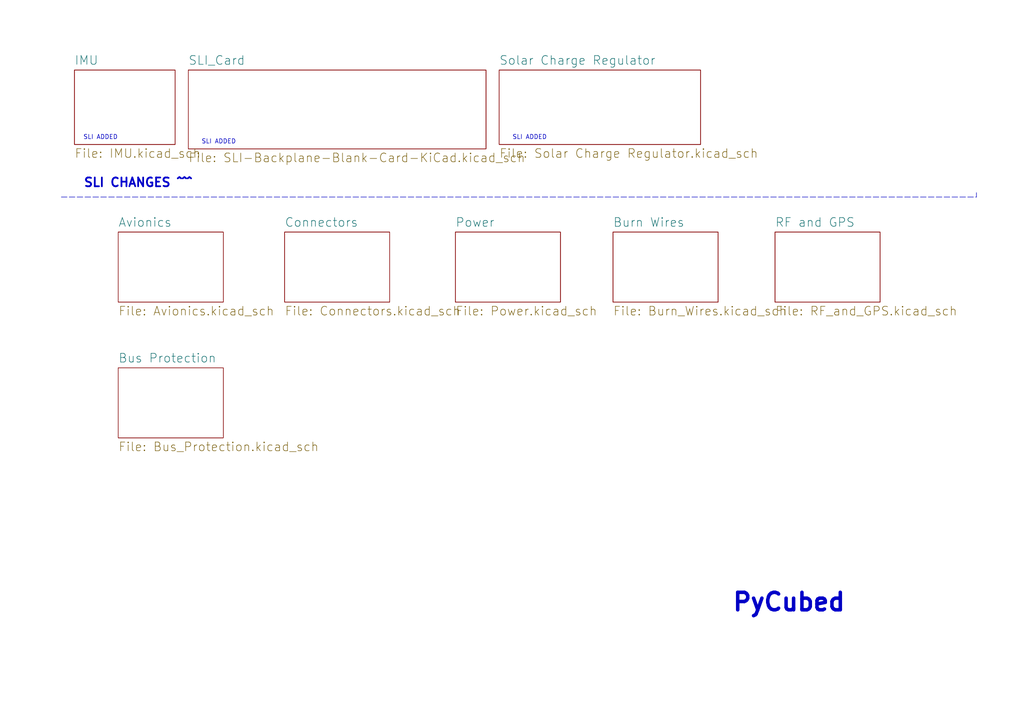
<source format=kicad_sch>
(kicad_sch (version 20211123) (generator eeschema)
  (paper "A4")
  (title_block (title "PyCubed Mainboard") (date "2021-06-09") (rev "v05c") (company "Max Holliday"))
  (lib_symbols)
  (polyline (pts (xy 283.21 57.15) (xy 283.21 55.88)))
  (polyline (pts (xy 17.78 57.15) (xy 283.21 57.15)))
  (text "SLI ADDED" (at 148.59 40.64 0) (effects (font (size 1.27 1.27)) (justify left bottom)))
  (text "SLI ADDED" (at 24.13 40.64 0) (effects (font (size 1.27 1.27)) (justify left bottom)))
  (text "SLI CHANGES ^^^" (at 24.13 54.61 0) (effects (font (size 2.54 2.54) (thickness 0.508) bold) (justify left bottom)))
  (text "SLI ADDED" (at 58.42 41.91 0) (effects (font (size 1.27 1.27)) (justify left bottom)))
  (text "PyCubed" (at 212.09 177.8 0) (effects (font (size 5.08 5.08) (thickness 1.016) bold) (justify left bottom)))
  (sheet (at 34.29 67.31) (size 30.48 20.32)
    (property "Sheet name" "Avionics" (at 34.29 65.9634 0) (effects (font (size 2.54 2.54)) (justify left bottom)))
    (property "Sheet file" "Avionics.kicad_sch" (at 34.29 88.7226 0) (effects (font (size 2.54 2.54)) (justify left top)))
  )
  (sheet (at 132.08 67.31) (size 30.48 20.32)
    (property "Sheet name" "Power" (at 132.08 65.9634 0) (effects (font (size 2.54 2.54)) (justify left bottom)))
    (property "Sheet file" "Power.kicad_sch" (at 132.08 88.7226 0) (effects (font (size 2.54 2.54)) (justify left top)))
  )
  (sheet (at 82.55 67.31) (size 30.48 20.32)
    (property "Sheet name" "Connectors" (at 82.55 65.9634 0) (effects (font (size 2.54 2.54)) (justify left bottom)))
    (property "Sheet file" "Connectors.kicad_sch" (at 82.55 88.7226 0) (effects (font (size 2.54 2.54)) (justify left top)))
  )
  (sheet (at 224.79 67.31) (size 30.48 20.32)
    (property "Sheet name" "RF and GPS" (at 224.79 65.9634 0) (effects (font (size 2.54 2.54)) (justify left bottom)))
    (property "Sheet file" "RF_and_GPS.kicad_sch" (at 224.79 88.7226 0) (effects (font (size 2.54 2.54)) (justify left top)))
  )
  (sheet (at 177.8 67.31) (size 30.48 20.32)
    (property "Sheet name" "Burn Wires" (at 177.8 65.9634 0) (effects (font (size 2.54 2.54)) (justify left bottom)))
    (property "Sheet file" "Burn_Wires.kicad_sch" (at 177.8 88.7226 0) (effects (font (size 2.54 2.54)) (justify left top)))
  )
  (sheet (at 34.29 106.68) (size 30.48 20.32)
    (property "Sheet name" "Bus Protection" (at 34.29 105.3334 0) (effects (font (size 2.54 2.54)) (justify left bottom)))
    (property "Sheet file" "Bus_Protection.kicad_sch" (at 34.29 128.0926 0) (effects (font (size 2.54 2.54)) (justify left top)))
  )
  (sheet (at 54.61 20.32) (size 86.36 22.86)
    (property "Sheet name" "SLI_Card" (at 54.61 18.9734 0) (effects (font (size 2.54 2.54)) (justify left bottom)))
    (property "Sheet file" "SLI-Backplane-Blank-Card-KiCad.kicad_sch" (at 54.61 44.2726 0) (effects (font (size 2.54 2.54)) (justify left top)))
  )
  (sheet (at 21.59 20.32) (size 29.21 21.59)
    (property "Sheet name" "IMU" (at 21.59 18.9734 0) (effects (font (size 2.54 2.54)) (justify left bottom)))
    (property "Sheet file" "IMU.kicad_sch" (at 21.59 43.0026 0) (effects (font (size 2.54 2.54)) (justify left top)))
  )
  (sheet (at 144.78 20.32) (size 58.42 21.59)
    (property "Sheet name" "Solar Charge Regulator" (at 144.78 18.9734 0) (effects (font (size 2.54 2.54)) (justify left bottom)))
    (property "Sheet file" "Solar Charge Regulator.kicad_sch" (at 144.78 43.0026 0) (effects (font (size 2.54 2.54)) (justify left top)))
  )
)
</source>
